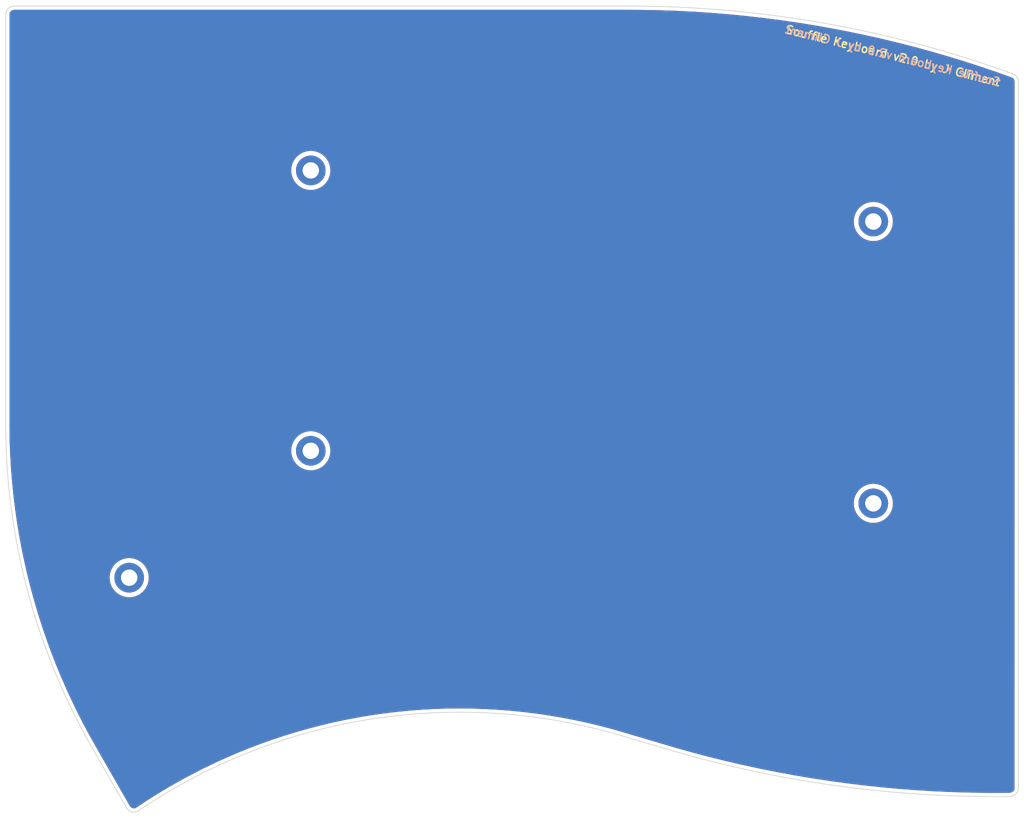
<source format=kicad_pcb>
(kicad_pcb (version 20211014) (generator pcbnew)
  (layers (0 "F.Cu" signal) (31 "B.Cu" signal) (34 "B.Paste" user) (35 "F.Paste" user) (36 "B.SilkS" user "B.Silkscreen") (37 "F.SilkS" user "F.Silkscreen") (38 "B.Mask" user) (39 "F.Mask" user) (44 "Edge.Cuts" user))
  (net 0 "")
  (footprint "SofleKeyboard-footprint:M2_HOLE_PCB" (layer "F.Cu") (at 115.234 55.073139)
    (fp_text reference "TH1" hide)
    (fp_text value "HOLE" hide)
    (pad "" thru_hole circle locked (at 0 0) (size 4 4) (drill 2.2) (layers *.Cu *.Mask "Dwgs.User"))
  )
  (footprint "" (layer "F.Cu") (at 191.434 100.198139)
    (fp_text reference "" (at 0 0) (layer "F.SilkS") (effects (font (size 1.27 1.27))))
    (fp_text value "" (at 0 0) (layer "F.SilkS") (effects (font (size 1.27 1.27))))
    (pad "" thru_hole circle locked (at 0 0) (size 4 4) (drill 2.2) (layers *.Cu *.Mask "Dwgs.User"))
  )
  (footprint "" (layer "F.Cu") (at 191.434 61.998139)
    (fp_text reference "" (at 0 0) (layer "F.SilkS") (effects (font (size 1.27 1.27))))
    (fp_text value "" (at 0 0) (layer "F.SilkS") (effects (font (size 1.27 1.27))))
    (pad "" thru_hole circle locked (at 0 0) (size 4 4) (drill 2.2) (layers *.Cu *.Mask "Dwgs.User"))
  )
  (footprint "SofleKeyboard-footprint:M2_HOLE_PCB" (layer "F.Cu") (at 90.634 110.273139)
    (fp_text reference "TH1" hide)
    (fp_text value "HOLE" hide)
    (pad "" thru_hole circle locked (at 0 0) (size 4 4) (drill 2.2) (layers *.Cu *.Mask "Dwgs.User"))
  )
  (footprint "SofleKeyboard-footprint:M2_HOLE_PCB" (layer "F.Cu") (at 191.434 100.198139)
    (fp_text reference "TH1" hide)
    (fp_text value "HOLE" hide)
    (pad "" thru_hole circle locked (at 0 0) (size 4 4) (drill 2.2) (layers *.Cu *.Mask "Dwgs.User"))
  )
  (footprint "" (layer "F.Cu") (at 115.234 55.073139)
    (fp_text reference "" (at 0 0) (layer "F.SilkS") (effects (font (size 1.27 1.27))))
    (fp_text value "" (at 0 0) (layer "F.SilkS") (effects (font (size 1.27 1.27))))
    (pad "" thru_hole circle locked (at 0 0) (size 4 4) (drill 2.2) (layers *.Cu *.Mask "Dwgs.User"))
  )
  (footprint "" (layer "F.Cu") (at 115.234 93.073139)
    (fp_text reference "" (at 0 0) (layer "F.SilkS") (effects (font (size 1.27 1.27))))
    (fp_text value "" (at 0 0) (layer "F.SilkS") (effects (font (size 1.27 1.27))))
    (pad "" thru_hole circle locked (at 0 0) (size 4 4) (drill 2.2) (layers *.Cu *.Mask "Dwgs.User"))
  )
  (footprint "SofleKeyboard-footprint:M2_HOLE_PCB" (layer "F.Cu") (at 191.434 61.998139)
    (fp_text reference "TH1" hide)
    (fp_text value "HOLE" hide)
    (pad "" thru_hole circle locked (at 0 0) (size 4 4) (drill 2.2) (layers *.Cu *.Mask "Dwgs.User"))
  )
  (footprint "" (layer "F.Cu") (at 90.634 110.273139)
    (fp_text reference "" (at 0 0) (layer "F.SilkS") (effects (font (size 1.27 1.27))))
    (fp_text value "" (at 0 0) (layer "F.SilkS") (effects (font (size 1.27 1.27))))
    (pad "" thru_hole circle locked (at 0 0) (size 4 4) (drill 2.2) (layers *.Cu *.Mask "Dwgs.User"))
  )
  (footprint "SofleKeyboard-footprint:M2_HOLE_PCB" (layer "F.Cu") (at 115.234 93.073139)
    (fp_text reference "TH1" hide)
    (fp_text value "HOLE" hide)
    (pad "" thru_hole circle locked (at 0 0) (size 4 4) (drill 2.2) (layers *.Cu *.Mask "Dwgs.User"))
  )
  (gr_line (start 90.40507 141.641469) (end 90.283386 141.469069) (layer "Edge.Cuts") (width 0.1))
  (gr_line (start 73.998377 33.502153) (end 74.10459 33.306466) (layer "Edge.Cuts") (width 0.1))
  (gr_line (start 210.019191 139.917143) (end 209.7636 139.935639) (layer "Edge.Cuts") (width 0.1))
  (gr_line (start 210.437331 139.801743) (end 210.236601 139.878543) (layer "Edge.Cuts") (width 0.1))
  (gr_line (start 210.917881 42.466614) (end 211.004281 42.647479) (layer "Edge.Cuts") (width 0.1))
  (gr_line (start 91.506976 142.022919) (end 91.302308 142.045119) (layer "Edge.Cuts") (width 0.1))
  (gr_line (start 74.245259 33.13597) (end 74.415752 32.995299) (layer "Edge.Cuts") (width 0.1))
  (gr_line (start 211.004281 42.647479) (end 211.058381 42.843378) (layer "Edge.Cuts") (width 0.1))
  (gr_line (start 74.611436 32.889084) (end 74.82768 32.821954) (layer "Edge.Cuts") (width 0.1))
  (gr_line (start 211.0717 138.779939) (end 211.057881 138.988205) (layer "Edge.Cuts") (width 0.1))
  (gr_line (start 210.997481 139.194474) (end 210.901481 139.383074) (layer "Edge.Cuts") (width 0.1))
  (gr_line (start 90.283386 141.469069) (end 85.872 133.769139) (layer "Edge.Cuts") (width 0.1))
  (gr_line (start 210.660621 42.164407) (end 210.802321 42.304389) (layer "Edge.Cuts") (width 0.1))
  (gr_line (start 91.709202 141.962619) (end 91.881794 141.860999) (layer "Edge.Cuts") (width 0.1))
  (gr_line (start 210.802321 42.304389) (end 210.917881 42.466614) (layer "Edge.Cuts") (width 0.1))
  (gr_line (start 90.720149 141.899419) (end 90.552207 141.785459) (layer "Edge.Cuts") (width 0.1))
  (gr_line (start 164.358 133.769139) (end 157.5 131.737139) (layer "Edge.Cuts") (width 0.1))
  (gr_line (start 91.302308 142.045119) (end 91.099848 142.030819) (layer "Edge.Cuts") (width 0.1))
  (gr_line (start 209.7636 139.935639) (end 209.535 139.935639) (layer "Edge.Cuts") (width 0.1))
  (gr_line (start 210.617591 139.690824) (end 210.437331 139.801743) (layer "Edge.Cuts") (width 0.1))
  (gr_arc (start 85.872 133.769139) (mid 77.043897 112.704637) (end 73.909257 90.081139) (layer "Edge.Cuts") (width 0.1))
  (gr_line (start 210.773571 139.549894) (end 210.617591 139.690824) (layer "Edge.Cuts") (width 0.1))
  (gr_arc (start 158.008 32.798624) (mid 184.66071 35.105324) (end 210.495871 42.050273) (layer "Edge.Cuts") (width 0.1))
  (gr_line (start 74.10459 33.306466) (end 74.245259 33.13597) (layer "Edge.Cuts") (width 0.1))
  (gr_line (start 73.931257 33.7184) (end 73.998377 33.502153) (layer "Edge.Cuts") (width 0.1))
  (gr_line (start 73.909257 90.081139) (end 73.907857 33.950574) (layer "Edge.Cuts") (width 0.1))
  (gr_line (start 210.236601 139.878543) (end 210.019191 139.917143) (layer "Edge.Cuts") (width 0.1))
  (gr_line (start 210.901481 139.383074) (end 210.773571 139.549894) (layer "Edge.Cuts") (width 0.1))
  (gr_line (start 91.709202 141.962619) (end 91.506976 142.022919) (layer "Edge.Cuts") (width 0.1))
  (gr_line (start 91.099848 142.030819) (end 90.904246 141.981719) (layer "Edge.Cuts") (width 0.1))
  (gr_line (start 211.058381 42.843378) (end 211.077181 43.050709) (layer "Edge.Cuts") (width 0.1))
  (gr_line (start 211.057881 138.988205) (end 210.997481 139.194474) (layer "Edge.Cuts") (width 0.1))
  (gr_arc (start 91.881794 141.860999) (mid 123.551225 129.412239) (end 157.5 131.737139) (layer "Edge.Cuts") (width 0.1))
  (gr_line (start 75.059853 32.798544) (end 158.008 32.798624) (layer "Edge.Cuts") (width 0.1))
  (gr_line (start 74.82768 32.821954) (end 75.059853 32.798544) (layer "Edge.Cuts") (width 0.1))
  (gr_line (start 90.904246 141.981719) (end 90.720149 141.899419) (layer "Edge.Cuts") (width 0.1))
  (gr_line (start 74.415752 32.995299) (end 74.611436 32.889084) (layer "Edge.Cuts") (width 0.1))
  (gr_line (start 210.495871 42.050273) (end 210.660621 42.164407) (layer "Edge.Cuts") (width 0.1))
  (gr_line (start 73.907857 33.950574) (end 73.931257 33.7184) (layer "Edge.Cuts") (width 0.1))
  (gr_line (start 211.077181 43.050709) (end 211.0717 138.779939) (layer "Edge.Cuts") (width 0.1))
  (gr_arc (start 209.535 139.935639) (mid 186.721075 138.503894) (end 164.358 133.769139) (layer "Edge.Cuts") (width 0.1))
  (gr_line (start 90.552207 141.785459) (end 90.40507 141.641469) (layer "Edge.Cuts") (width 0.1))
  (gr_text "Soufflé Keyboard v2.0 by J Climent" (at 194.076 39.535139 -14) (layer "B.SilkS") (effects (font (size 1.1 1.1) (thickness 0.2)) (justify mirror)))
  (gr_text "Soufflé Keyboard v2.0 by J Climent" (at 194.076 39.535139 -14) (layer "F.SilkS") (effects (font (size 1.1 1.1) (thickness 0.2))))
  (zone (net 0) (net_name "") (layers F&B.Cu) (connect_pads (clearance 0.508)) (min_thickness 0.254) (fill yes (thermal_gap 0.508) (thermal_bridge_width 0.508))
    (polygon (pts (xy 73.434 112.073139) (xy 90.534 142.873139) (xy 125.734 128.973139) (xy 143.934 128.873139) (xy 161.8465 132.791889) (xy 191.21525 142.316889) (xy 211.85275 142.316889) (xy 211.534 116.973139) (xy 211.634 38.273139) (xy 171.534 31.973139) (xy 73.134 32.273139) (xy 73.334 112.073139)))
  )
)
</source>
